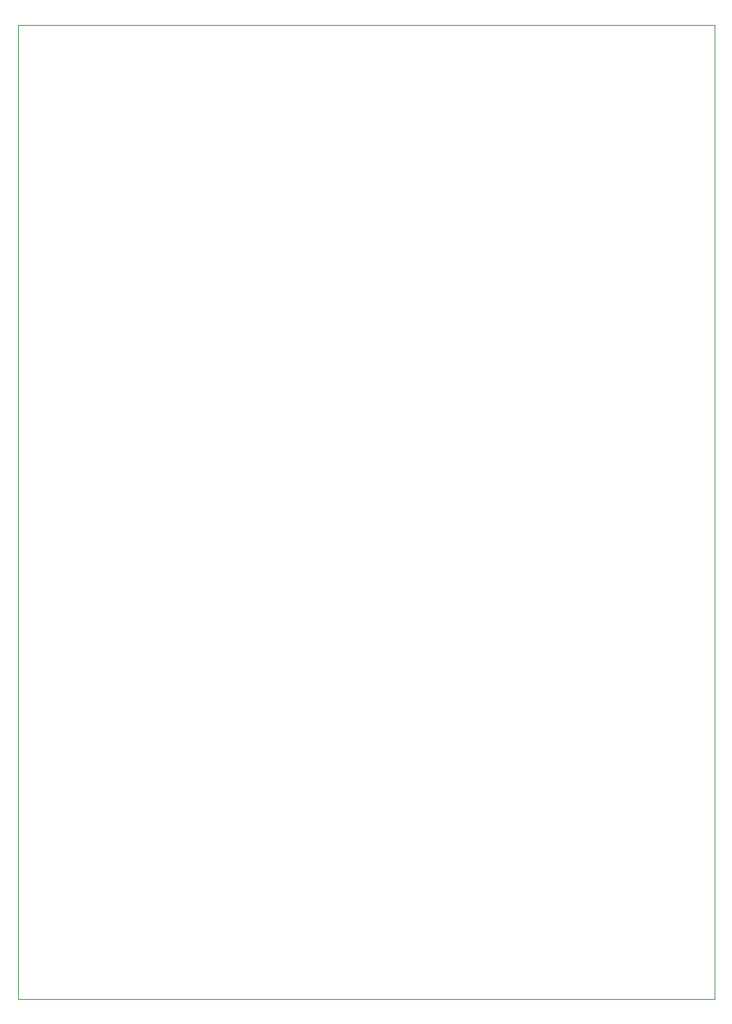
<source format=gbr>
G04 #@! TF.GenerationSoftware,KiCad,Pcbnew,5.1.5*
G04 #@! TF.CreationDate,2020-02-27T19:31:16+03:00*
G04 #@! TF.ProjectId,top,746f702e-6b69-4636-9164-5f7063625858,rev?*
G04 #@! TF.SameCoordinates,Original*
G04 #@! TF.FileFunction,Profile,NP*
%FSLAX46Y46*%
G04 Gerber Fmt 4.6, Leading zero omitted, Abs format (unit mm)*
G04 Created by KiCad (PCBNEW 5.1.5) date 2020-02-27 19:31:16*
%MOMM*%
%LPD*%
G04 APERTURE LIST*
%ADD10C,0.100000*%
G04 APERTURE END LIST*
D10*
X-28000000Y-273000000D02*
X50000000Y-273000000D01*
X-28000000Y-164000000D02*
X-28000000Y-273000000D01*
X50000000Y-164000000D02*
X-28000000Y-164000000D01*
X50000000Y-273000000D02*
X50000000Y-164000000D01*
M02*

</source>
